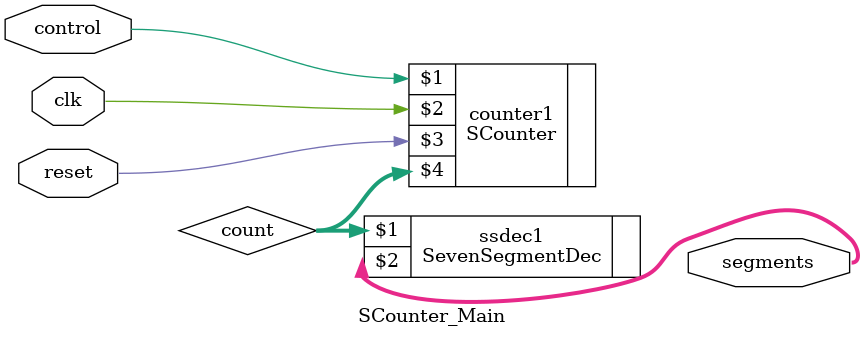
<source format=v>
`timescale 1ns / 1ps
module SCounter_Main(
	input control,
	input clk,
	input reset,
	output [13:0] segments
    );

wire [3:0] count;
SCounter counter1 (control,clk,reset,count);
SevenSegmentDec ssdec1 (count,segments);

endmodule


</source>
